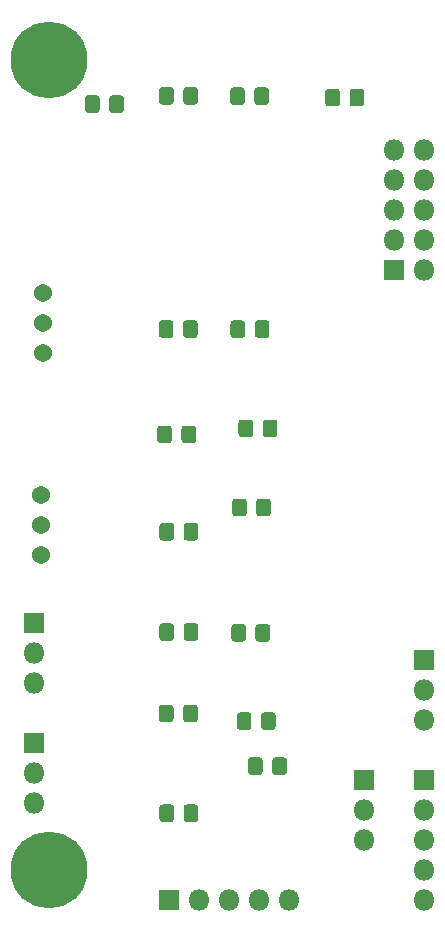
<source format=gbr>
G04 #@! TF.GenerationSoftware,KiCad,Pcbnew,5.1.6-c6e7f7d~86~ubuntu18.04.1*
G04 #@! TF.CreationDate,2020-06-20T10:02:23-04:00*
G04 #@! TF.ProjectId,sub_osc_board,7375625f-6f73-4635-9f62-6f6172642e6b,rev?*
G04 #@! TF.SameCoordinates,Original*
G04 #@! TF.FileFunction,Soldermask,Bot*
G04 #@! TF.FilePolarity,Negative*
%FSLAX46Y46*%
G04 Gerber Fmt 4.6, Leading zero omitted, Abs format (unit mm)*
G04 Created by KiCad (PCBNEW 5.1.6-c6e7f7d~86~ubuntu18.04.1) date 2020-06-20 10:02:23*
%MOMM*%
%LPD*%
G01*
G04 APERTURE LIST*
%ADD10O,1.800000X1.800000*%
%ADD11R,1.800000X1.800000*%
%ADD12C,0.900000*%
%ADD13C,6.500000*%
%ADD14C,1.540000*%
G04 APERTURE END LIST*
D10*
X80010000Y-118745000D03*
X80010000Y-116205000D03*
D11*
X80010000Y-113665000D03*
D10*
X113030000Y-63500000D03*
X110490000Y-63500000D03*
X113030000Y-66040000D03*
X110490000Y-66040000D03*
X113030000Y-68580000D03*
X110490000Y-68580000D03*
X113030000Y-71120000D03*
X110490000Y-71120000D03*
X113030000Y-73660000D03*
D11*
X110490000Y-73660000D03*
D10*
X80010000Y-108585000D03*
X80010000Y-106045000D03*
D11*
X80010000Y-103505000D03*
D10*
X107950000Y-121920000D03*
X107950000Y-119380000D03*
D11*
X107950000Y-116840000D03*
D10*
X101600000Y-127000000D03*
X99060000Y-127000000D03*
X96520000Y-127000000D03*
X93980000Y-127000000D03*
D11*
X91440000Y-127000000D03*
D12*
X82977056Y-122762944D03*
X81280000Y-122060000D03*
X79582944Y-122762944D03*
X78880000Y-124460000D03*
X79582944Y-126157056D03*
X81280000Y-126860000D03*
X82977056Y-126157056D03*
X83680000Y-124460000D03*
D13*
X81280000Y-124460000D03*
D12*
X82977056Y-54182944D03*
X81280000Y-53480000D03*
X79582944Y-54182944D03*
X78880000Y-55880000D03*
X79582944Y-57577056D03*
X81280000Y-58280000D03*
X82977056Y-57577056D03*
X83680000Y-55880000D03*
D13*
X81280000Y-55880000D03*
D10*
X113030000Y-111760000D03*
X113030000Y-109220000D03*
D11*
X113030000Y-106680000D03*
D10*
X113030000Y-127000000D03*
X113030000Y-124460000D03*
X113030000Y-121920000D03*
X113030000Y-119380000D03*
D11*
X113030000Y-116840000D03*
D14*
X80645000Y-97790000D03*
X80645000Y-95250000D03*
X80645000Y-92710000D03*
X80772000Y-80645000D03*
X80772000Y-78105000D03*
X80772000Y-75565000D03*
G36*
G01*
X86375000Y-60078262D02*
X86375000Y-59121738D01*
G75*
G02*
X86646738Y-58850000I271738J0D01*
G01*
X87353262Y-58850000D01*
G75*
G02*
X87625000Y-59121738I0J-271738D01*
G01*
X87625000Y-60078262D01*
G75*
G02*
X87353262Y-60350000I-271738J0D01*
G01*
X86646738Y-60350000D01*
G75*
G02*
X86375000Y-60078262I0J271738D01*
G01*
G37*
G36*
G01*
X84325000Y-60078262D02*
X84325000Y-59121738D01*
G75*
G02*
X84596738Y-58850000I271738J0D01*
G01*
X85303262Y-58850000D01*
G75*
G02*
X85575000Y-59121738I0J-271738D01*
G01*
X85575000Y-60078262D01*
G75*
G02*
X85303262Y-60350000I-271738J0D01*
G01*
X84596738Y-60350000D01*
G75*
G02*
X84325000Y-60078262I0J271738D01*
G01*
G37*
G36*
G01*
X91875000Y-119171738D02*
X91875000Y-120128262D01*
G75*
G02*
X91603262Y-120400000I-271738J0D01*
G01*
X90896738Y-120400000D01*
G75*
G02*
X90625000Y-120128262I0J271738D01*
G01*
X90625000Y-119171738D01*
G75*
G02*
X90896738Y-118900000I271738J0D01*
G01*
X91603262Y-118900000D01*
G75*
G02*
X91875000Y-119171738I0J-271738D01*
G01*
G37*
G36*
G01*
X93925000Y-119171738D02*
X93925000Y-120128262D01*
G75*
G02*
X93653262Y-120400000I-271738J0D01*
G01*
X92946738Y-120400000D01*
G75*
G02*
X92675000Y-120128262I0J271738D01*
G01*
X92675000Y-119171738D01*
G75*
G02*
X92946738Y-118900000I271738J0D01*
G01*
X93653262Y-118900000D01*
G75*
G02*
X93925000Y-119171738I0J-271738D01*
G01*
G37*
G36*
G01*
X99375000Y-115171738D02*
X99375000Y-116128262D01*
G75*
G02*
X99103262Y-116400000I-271738J0D01*
G01*
X98396738Y-116400000D01*
G75*
G02*
X98125000Y-116128262I0J271738D01*
G01*
X98125000Y-115171738D01*
G75*
G02*
X98396738Y-114900000I271738J0D01*
G01*
X99103262Y-114900000D01*
G75*
G02*
X99375000Y-115171738I0J-271738D01*
G01*
G37*
G36*
G01*
X101425000Y-115171738D02*
X101425000Y-116128262D01*
G75*
G02*
X101153262Y-116400000I-271738J0D01*
G01*
X100446738Y-116400000D01*
G75*
G02*
X100175000Y-116128262I0J271738D01*
G01*
X100175000Y-115171738D01*
G75*
G02*
X100446738Y-114900000I271738J0D01*
G01*
X101153262Y-114900000D01*
G75*
G02*
X101425000Y-115171738I0J-271738D01*
G01*
G37*
G36*
G01*
X91825000Y-110721738D02*
X91825000Y-111678262D01*
G75*
G02*
X91553262Y-111950000I-271738J0D01*
G01*
X90846738Y-111950000D01*
G75*
G02*
X90575000Y-111678262I0J271738D01*
G01*
X90575000Y-110721738D01*
G75*
G02*
X90846738Y-110450000I271738J0D01*
G01*
X91553262Y-110450000D01*
G75*
G02*
X91825000Y-110721738I0J-271738D01*
G01*
G37*
G36*
G01*
X93875000Y-110721738D02*
X93875000Y-111678262D01*
G75*
G02*
X93603262Y-111950000I-271738J0D01*
G01*
X92896738Y-111950000D01*
G75*
G02*
X92625000Y-111678262I0J271738D01*
G01*
X92625000Y-110721738D01*
G75*
G02*
X92896738Y-110450000I271738J0D01*
G01*
X93603262Y-110450000D01*
G75*
G02*
X93875000Y-110721738I0J-271738D01*
G01*
G37*
G36*
G01*
X98425000Y-111371738D02*
X98425000Y-112328262D01*
G75*
G02*
X98153262Y-112600000I-271738J0D01*
G01*
X97446738Y-112600000D01*
G75*
G02*
X97175000Y-112328262I0J271738D01*
G01*
X97175000Y-111371738D01*
G75*
G02*
X97446738Y-111100000I271738J0D01*
G01*
X98153262Y-111100000D01*
G75*
G02*
X98425000Y-111371738I0J-271738D01*
G01*
G37*
G36*
G01*
X100475000Y-111371738D02*
X100475000Y-112328262D01*
G75*
G02*
X100203262Y-112600000I-271738J0D01*
G01*
X99496738Y-112600000D01*
G75*
G02*
X99225000Y-112328262I0J271738D01*
G01*
X99225000Y-111371738D01*
G75*
G02*
X99496738Y-111100000I271738J0D01*
G01*
X100203262Y-111100000D01*
G75*
G02*
X100475000Y-111371738I0J-271738D01*
G01*
G37*
G36*
G01*
X91874500Y-103831918D02*
X91874500Y-104788442D01*
G75*
G02*
X91602762Y-105060180I-271738J0D01*
G01*
X90896238Y-105060180D01*
G75*
G02*
X90624500Y-104788442I0J271738D01*
G01*
X90624500Y-103831918D01*
G75*
G02*
X90896238Y-103560180I271738J0D01*
G01*
X91602762Y-103560180D01*
G75*
G02*
X91874500Y-103831918I0J-271738D01*
G01*
G37*
G36*
G01*
X93924500Y-103831918D02*
X93924500Y-104788442D01*
G75*
G02*
X93652762Y-105060180I-271738J0D01*
G01*
X92946238Y-105060180D01*
G75*
G02*
X92674500Y-104788442I0J271738D01*
G01*
X92674500Y-103831918D01*
G75*
G02*
X92946238Y-103560180I271738J0D01*
G01*
X93652762Y-103560180D01*
G75*
G02*
X93924500Y-103831918I0J-271738D01*
G01*
G37*
G36*
G01*
X97962660Y-103892878D02*
X97962660Y-104849402D01*
G75*
G02*
X97690922Y-105121140I-271738J0D01*
G01*
X96984398Y-105121140D01*
G75*
G02*
X96712660Y-104849402I0J271738D01*
G01*
X96712660Y-103892878D01*
G75*
G02*
X96984398Y-103621140I271738J0D01*
G01*
X97690922Y-103621140D01*
G75*
G02*
X97962660Y-103892878I0J-271738D01*
G01*
G37*
G36*
G01*
X100012660Y-103892878D02*
X100012660Y-104849402D01*
G75*
G02*
X99740922Y-105121140I-271738J0D01*
G01*
X99034398Y-105121140D01*
G75*
G02*
X98762660Y-104849402I0J271738D01*
G01*
X98762660Y-103892878D01*
G75*
G02*
X99034398Y-103621140I271738J0D01*
G01*
X99740922Y-103621140D01*
G75*
G02*
X100012660Y-103892878I0J-271738D01*
G01*
G37*
G36*
G01*
X91875660Y-95325458D02*
X91875660Y-96281982D01*
G75*
G02*
X91603922Y-96553720I-271738J0D01*
G01*
X90897398Y-96553720D01*
G75*
G02*
X90625660Y-96281982I0J271738D01*
G01*
X90625660Y-95325458D01*
G75*
G02*
X90897398Y-95053720I271738J0D01*
G01*
X91603922Y-95053720D01*
G75*
G02*
X91875660Y-95325458I0J-271738D01*
G01*
G37*
G36*
G01*
X93925660Y-95325458D02*
X93925660Y-96281982D01*
G75*
G02*
X93653922Y-96553720I-271738J0D01*
G01*
X92947398Y-96553720D01*
G75*
G02*
X92675660Y-96281982I0J271738D01*
G01*
X92675660Y-95325458D01*
G75*
G02*
X92947398Y-95053720I271738J0D01*
G01*
X93653922Y-95053720D01*
G75*
G02*
X93925660Y-95325458I0J-271738D01*
G01*
G37*
G36*
G01*
X97896840Y-78180458D02*
X97896840Y-79136982D01*
G75*
G02*
X97625102Y-79408720I-271738J0D01*
G01*
X96918578Y-79408720D01*
G75*
G02*
X96646840Y-79136982I0J271738D01*
G01*
X96646840Y-78180458D01*
G75*
G02*
X96918578Y-77908720I271738J0D01*
G01*
X97625102Y-77908720D01*
G75*
G02*
X97896840Y-78180458I0J-271738D01*
G01*
G37*
G36*
G01*
X99946840Y-78180458D02*
X99946840Y-79136982D01*
G75*
G02*
X99675102Y-79408720I-271738J0D01*
G01*
X98968578Y-79408720D01*
G75*
G02*
X98696840Y-79136982I0J271738D01*
G01*
X98696840Y-78180458D01*
G75*
G02*
X98968578Y-77908720I271738J0D01*
G01*
X99675102Y-77908720D01*
G75*
G02*
X99946840Y-78180458I0J-271738D01*
G01*
G37*
G36*
G01*
X91818400Y-78180458D02*
X91818400Y-79136982D01*
G75*
G02*
X91546662Y-79408720I-271738J0D01*
G01*
X90840138Y-79408720D01*
G75*
G02*
X90568400Y-79136982I0J271738D01*
G01*
X90568400Y-78180458D01*
G75*
G02*
X90840138Y-77908720I271738J0D01*
G01*
X91546662Y-77908720D01*
G75*
G02*
X91818400Y-78180458I0J-271738D01*
G01*
G37*
G36*
G01*
X93868400Y-78180458D02*
X93868400Y-79136982D01*
G75*
G02*
X93596662Y-79408720I-271738J0D01*
G01*
X92890138Y-79408720D01*
G75*
G02*
X92618400Y-79136982I0J271738D01*
G01*
X92618400Y-78180458D01*
G75*
G02*
X92890138Y-77908720I271738J0D01*
G01*
X93596662Y-77908720D01*
G75*
G02*
X93868400Y-78180458I0J-271738D01*
G01*
G37*
G36*
G01*
X98023620Y-93280758D02*
X98023620Y-94237282D01*
G75*
G02*
X97751882Y-94509020I-271738J0D01*
G01*
X97045358Y-94509020D01*
G75*
G02*
X96773620Y-94237282I0J271738D01*
G01*
X96773620Y-93280758D01*
G75*
G02*
X97045358Y-93009020I271738J0D01*
G01*
X97751882Y-93009020D01*
G75*
G02*
X98023620Y-93280758I0J-271738D01*
G01*
G37*
G36*
G01*
X100073620Y-93280758D02*
X100073620Y-94237282D01*
G75*
G02*
X99801882Y-94509020I-271738J0D01*
G01*
X99095358Y-94509020D01*
G75*
G02*
X98823620Y-94237282I0J271738D01*
G01*
X98823620Y-93280758D01*
G75*
G02*
X99095358Y-93009020I271738J0D01*
G01*
X99801882Y-93009020D01*
G75*
G02*
X100073620Y-93280758I0J-271738D01*
G01*
G37*
G36*
G01*
X91693940Y-87088238D02*
X91693940Y-88044762D01*
G75*
G02*
X91422202Y-88316500I-271738J0D01*
G01*
X90715678Y-88316500D01*
G75*
G02*
X90443940Y-88044762I0J271738D01*
G01*
X90443940Y-87088238D01*
G75*
G02*
X90715678Y-86816500I271738J0D01*
G01*
X91422202Y-86816500D01*
G75*
G02*
X91693940Y-87088238I0J-271738D01*
G01*
G37*
G36*
G01*
X93743940Y-87088238D02*
X93743940Y-88044762D01*
G75*
G02*
X93472202Y-88316500I-271738J0D01*
G01*
X92765678Y-88316500D01*
G75*
G02*
X92493940Y-88044762I0J271738D01*
G01*
X92493940Y-87088238D01*
G75*
G02*
X92765678Y-86816500I271738J0D01*
G01*
X93472202Y-86816500D01*
G75*
G02*
X93743940Y-87088238I0J-271738D01*
G01*
G37*
G36*
G01*
X97863820Y-58454818D02*
X97863820Y-59411342D01*
G75*
G02*
X97592082Y-59683080I-271738J0D01*
G01*
X96885558Y-59683080D01*
G75*
G02*
X96613820Y-59411342I0J271738D01*
G01*
X96613820Y-58454818D01*
G75*
G02*
X96885558Y-58183080I271738J0D01*
G01*
X97592082Y-58183080D01*
G75*
G02*
X97863820Y-58454818I0J-271738D01*
G01*
G37*
G36*
G01*
X99913820Y-58454818D02*
X99913820Y-59411342D01*
G75*
G02*
X99642082Y-59683080I-271738J0D01*
G01*
X98935558Y-59683080D01*
G75*
G02*
X98663820Y-59411342I0J271738D01*
G01*
X98663820Y-58454818D01*
G75*
G02*
X98935558Y-58183080I271738J0D01*
G01*
X99642082Y-58183080D01*
G75*
G02*
X99913820Y-58454818I0J-271738D01*
G01*
G37*
G36*
G01*
X91851420Y-58426878D02*
X91851420Y-59383402D01*
G75*
G02*
X91579682Y-59655140I-271738J0D01*
G01*
X90873158Y-59655140D01*
G75*
G02*
X90601420Y-59383402I0J271738D01*
G01*
X90601420Y-58426878D01*
G75*
G02*
X90873158Y-58155140I271738J0D01*
G01*
X91579682Y-58155140D01*
G75*
G02*
X91851420Y-58426878I0J-271738D01*
G01*
G37*
G36*
G01*
X93901420Y-58426878D02*
X93901420Y-59383402D01*
G75*
G02*
X93629682Y-59655140I-271738J0D01*
G01*
X92923158Y-59655140D01*
G75*
G02*
X92651420Y-59383402I0J271738D01*
G01*
X92651420Y-58426878D01*
G75*
G02*
X92923158Y-58155140I271738J0D01*
G01*
X93629682Y-58155140D01*
G75*
G02*
X93901420Y-58426878I0J-271738D01*
G01*
G37*
G36*
G01*
X105925000Y-58571738D02*
X105925000Y-59528262D01*
G75*
G02*
X105653262Y-59800000I-271738J0D01*
G01*
X104946738Y-59800000D01*
G75*
G02*
X104675000Y-59528262I0J271738D01*
G01*
X104675000Y-58571738D01*
G75*
G02*
X104946738Y-58300000I271738J0D01*
G01*
X105653262Y-58300000D01*
G75*
G02*
X105925000Y-58571738I0J-271738D01*
G01*
G37*
G36*
G01*
X107975000Y-58571738D02*
X107975000Y-59528262D01*
G75*
G02*
X107703262Y-59800000I-271738J0D01*
G01*
X106996738Y-59800000D01*
G75*
G02*
X106725000Y-59528262I0J271738D01*
G01*
X106725000Y-58571738D01*
G75*
G02*
X106996738Y-58300000I271738J0D01*
G01*
X107703262Y-58300000D01*
G75*
G02*
X107975000Y-58571738I0J-271738D01*
G01*
G37*
G36*
G01*
X98572480Y-86580238D02*
X98572480Y-87536762D01*
G75*
G02*
X98300742Y-87808500I-271738J0D01*
G01*
X97594218Y-87808500D01*
G75*
G02*
X97322480Y-87536762I0J271738D01*
G01*
X97322480Y-86580238D01*
G75*
G02*
X97594218Y-86308500I271738J0D01*
G01*
X98300742Y-86308500D01*
G75*
G02*
X98572480Y-86580238I0J-271738D01*
G01*
G37*
G36*
G01*
X100622480Y-86580238D02*
X100622480Y-87536762D01*
G75*
G02*
X100350742Y-87808500I-271738J0D01*
G01*
X99644218Y-87808500D01*
G75*
G02*
X99372480Y-87536762I0J271738D01*
G01*
X99372480Y-86580238D01*
G75*
G02*
X99644218Y-86308500I271738J0D01*
G01*
X100350742Y-86308500D01*
G75*
G02*
X100622480Y-86580238I0J-271738D01*
G01*
G37*
M02*

</source>
